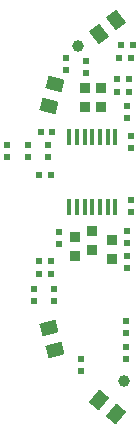
<source format=gtp>
G04*
G04 #@! TF.GenerationSoftware,Altium Limited,Altium Designer,18.0.9 (584)*
G04*
G04 Layer_Color=8421504*
%FSLAX44Y44*%
%MOMM*%
G71*
G01*
G75*
G04:AMPARAMS|DCode=15|XSize=1.1mm|YSize=1.4mm|CornerRadius=0mm|HoleSize=0mm|Usage=FLASHONLY|Rotation=255.000|XOffset=0mm|YOffset=0mm|HoleType=Round|Shape=Rectangle|*
%AMROTATEDRECTD15*
4,1,4,-0.5338,0.7124,0.8185,0.3501,0.5338,-0.7124,-0.8185,-0.3501,-0.5338,0.7124,0.0*
%
%ADD15ROTATEDRECTD15*%

G04:AMPARAMS|DCode=16|XSize=1.1mm|YSize=1.4mm|CornerRadius=0mm|HoleSize=0mm|Usage=FLASHONLY|Rotation=217.000|XOffset=0mm|YOffset=0mm|HoleType=Round|Shape=Rectangle|*
%AMROTATEDRECTD16*
4,1,4,0.0180,0.8900,0.8605,-0.2281,-0.0180,-0.8900,-0.8605,0.2281,0.0180,0.8900,0.0*
%
%ADD16ROTATEDRECTD16*%

G04:AMPARAMS|DCode=17|XSize=1.1mm|YSize=1.4mm|CornerRadius=0mm|HoleSize=0mm|Usage=FLASHONLY|Rotation=285.000|XOffset=0mm|YOffset=0mm|HoleType=Round|Shape=Rectangle|*
%AMROTATEDRECTD17*
4,1,4,-0.8185,0.3501,0.5338,0.7124,0.8185,-0.3501,-0.5338,-0.7124,-0.8185,0.3501,0.0*
%
%ADD17ROTATEDRECTD17*%

G04:AMPARAMS|DCode=18|XSize=1.1mm|YSize=1.4mm|CornerRadius=0mm|HoleSize=0mm|Usage=FLASHONLY|Rotation=320.000|XOffset=0mm|YOffset=0mm|HoleType=Round|Shape=Rectangle|*
%AMROTATEDRECTD18*
4,1,4,-0.8713,-0.1827,0.0286,0.8898,0.8713,0.1827,-0.0286,-0.8898,-0.8713,-0.1827,0.0*
%
%ADD18ROTATEDRECTD18*%

%ADD19R,0.5000X0.6000*%
%ADD20R,0.6000X0.5000*%
%ADD21R,0.9000X0.9000*%
%ADD22C,1.0000*%
%ADD23R,0.4500X1.4500*%
D15*
X50860Y302370D02*
D03*
X45943Y284017D02*
D03*
D16*
X87906Y344755D02*
D03*
X103080Y356190D02*
D03*
D17*
X45940Y95870D02*
D03*
X50858Y77517D02*
D03*
D18*
X102465Y22877D02*
D03*
X87910Y35090D02*
D03*
D19*
X116750Y335250D02*
D03*
X106750D02*
D03*
X115000Y324750D02*
D03*
X105000D02*
D03*
X103250Y306750D02*
D03*
X113250D02*
D03*
X103250Y295500D02*
D03*
X113250D02*
D03*
X37500Y152250D02*
D03*
X47500D02*
D03*
X38750Y261500D02*
D03*
X48750D02*
D03*
X37500Y141500D02*
D03*
X47500D02*
D03*
X37750Y225000D02*
D03*
X47750D02*
D03*
D20*
X112250Y284000D02*
D03*
Y274000D02*
D03*
X10256Y240692D02*
D03*
Y250692D02*
D03*
X45250Y250500D02*
D03*
Y240500D02*
D03*
X28250D02*
D03*
Y250500D02*
D03*
X77500Y321749D02*
D03*
Y311749D02*
D03*
X60000Y324249D02*
D03*
Y314249D02*
D03*
X111500Y91750D02*
D03*
Y101750D02*
D03*
X115750Y248000D02*
D03*
Y258000D02*
D03*
X115158Y203862D02*
D03*
Y193862D02*
D03*
X54000Y166750D02*
D03*
Y176750D02*
D03*
X112000Y167750D02*
D03*
Y177750D02*
D03*
Y146500D02*
D03*
Y156500D02*
D03*
X33500Y118750D02*
D03*
Y128750D02*
D03*
X111348Y69656D02*
D03*
Y79656D02*
D03*
X50500Y118750D02*
D03*
Y128750D02*
D03*
X72750Y59250D02*
D03*
Y69250D02*
D03*
D21*
X82250Y177750D02*
D03*
Y161750D02*
D03*
X76050Y283250D02*
D03*
Y299250D02*
D03*
X68000Y172500D02*
D03*
Y156500D02*
D03*
X99000Y170250D02*
D03*
Y154250D02*
D03*
X90300Y283250D02*
D03*
Y299250D02*
D03*
D22*
X70750Y334499D02*
D03*
X109250Y50499D02*
D03*
D23*
X102050Y257500D02*
D03*
X95550D02*
D03*
X89050D02*
D03*
X82550D02*
D03*
X76050D02*
D03*
X69550D02*
D03*
X63050D02*
D03*
X102050Y198500D02*
D03*
X95550D02*
D03*
X89050D02*
D03*
X82550D02*
D03*
X76050D02*
D03*
X69550D02*
D03*
X63050D02*
D03*
M02*

</source>
